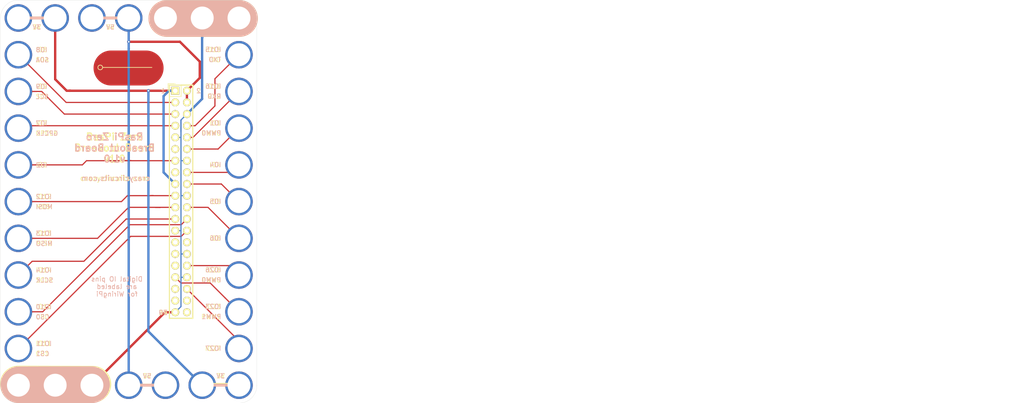
<source format=kicad_pcb>
(kicad_pcb (version 4) (host pcbnew 4.0.7-e2-6376~58~ubuntu16.04.1)

  (general
    (links 41)
    (no_connects 0)
    (area 0 0 0 0)
    (thickness 1.6)
    (drawings 7)
    (tracks 117)
    (zones 0)
    (modules 2)
    (nets 22)
  )

  (page USLetter)
  (title_block
    (title "7x11 Raspberry Pi Zero Breakout Module")
    (date "10 May 2018")
    (rev 1.0)
    (company "All rights reserved.")
    (comment 1 help@browndoggadgets.com)
    (comment 2 http://browndoggadgets.com/)
    (comment 3 "Brown Dog Gadgets")
  )

  (layers
    (0 F.Cu signal)
    (31 B.Cu signal)
    (34 B.Paste user)
    (35 F.Paste user)
    (36 B.SilkS user)
    (37 F.SilkS user)
    (38 B.Mask user)
    (39 F.Mask user)
    (40 Dwgs.User user)
    (44 Edge.Cuts user)
    (46 B.CrtYd user)
    (47 F.CrtYd user)
    (48 B.Fab user)
    (49 F.Fab user)
  )

  (setup
    (last_trace_width 0.254)
    (user_trace_width 0.1524)
    (user_trace_width 0.254)
    (user_trace_width 0.3302)
    (user_trace_width 0.508)
    (user_trace_width 0.762)
    (user_trace_width 1.27)
    (trace_clearance 0.254)
    (zone_clearance 0.508)
    (zone_45_only no)
    (trace_min 0.1524)
    (segment_width 0.1524)
    (edge_width 0.1524)
    (via_size 0.6858)
    (via_drill 0.3302)
    (via_min_size 0.6858)
    (via_min_drill 0.3302)
    (user_via 0.6858 0.3302)
    (user_via 0.762 0.4064)
    (user_via 0.8636 0.508)
    (uvia_size 0.6858)
    (uvia_drill 0.3302)
    (uvias_allowed no)
    (uvia_min_size 0)
    (uvia_min_drill 0)
    (pcb_text_width 0.1524)
    (pcb_text_size 1.016 1.016)
    (mod_edge_width 0.1524)
    (mod_text_size 1.016 1.016)
    (mod_text_width 0.1524)
    (pad_size 2.75 2.75)
    (pad_drill 2.75)
    (pad_to_mask_clearance 0.0762)
    (solder_mask_min_width 0.1016)
    (pad_to_paste_clearance -0.0762)
    (aux_axis_origin 0 0)
    (visible_elements FFFEDF7D)
    (pcbplotparams
      (layerselection 0x310fc_80000001)
      (usegerberextensions true)
      (excludeedgelayer true)
      (linewidth 0.100000)
      (plotframeref false)
      (viasonmask false)
      (mode 1)
      (useauxorigin false)
      (hpglpennumber 1)
      (hpglpenspeed 20)
      (hpglpendiameter 15)
      (hpglpenoverlay 2)
      (psnegative false)
      (psa4output false)
      (plotreference true)
      (plotvalue true)
      (plotinvisibletext false)
      (padsonsilk false)
      (subtractmaskfromsilk false)
      (outputformat 1)
      (mirror false)
      (drillshape 0)
      (scaleselection 1)
      (outputdirectory gerbers))
  )

  (net 0 "")
  (net 1 /IO5)
  (net 2 /IO4)
  (net 3 /IO16_RX)
  (net 4 /IO6)
  (net 5 /IO15_TXD)
  (net 6 /IO1_PWM0)
  (net 7 /IO26_PWM0)
  (net 8 /IO23_PWM1)
  (net 9 /IO10_CS0)
  (net 10 /IO14_SCLK)
  (net 11 /IO13_MISO)
  (net 12 /IO12_MOSI)
  (net 13 /IO2)
  (net 14 /IO7_GPCLK)
  (net 15 /IO9_SCL)
  (net 16 /IO8_SDA)
  (net 17 /IO27)
  (net 18 /IO11_CS1)
  (net 19 3.3V)
  (net 20 5V)
  (net 21 GND)

  (net_class Default "This is the default net class."
    (clearance 0.254)
    (trace_width 0.254)
    (via_dia 0.6858)
    (via_drill 0.3302)
    (uvia_dia 0.6858)
    (uvia_drill 0.3302)
    (add_net /IO10_CS0)
    (add_net /IO11_CS1)
    (add_net /IO12_MOSI)
    (add_net /IO13_MISO)
    (add_net /IO14_SCLK)
    (add_net /IO15_TXD)
    (add_net /IO16_RX)
    (add_net /IO1_PWM0)
    (add_net /IO2)
    (add_net /IO23_PWM1)
    (add_net /IO26_PWM0)
    (add_net /IO27)
    (add_net /IO4)
    (add_net /IO5)
    (add_net /IO6)
    (add_net /IO7_GPCLK)
    (add_net /IO8_SDA)
    (add_net /IO9_SCL)
    (add_net 3.3V)
    (add_net 5V)
    (add_net GND)
  )

  (module Crazy_Circuits:LOGO-CRAZY-1x2 (layer F.Cu) (tedit 58FE5DC6) (tstamp 5AF89BC1)
    (at 33.274 55.88)
    (descr LOGO)
    (tags LOGO)
    (fp_text reference LOGO (at 0 -3.52806) (layer F.Fab)
      (effects (font (size 1 1) (thickness 0.15)))
    )
    (fp_text value "BROWN DOG" (at -0.381 -10.414) (layer B.SilkS) hide
      (effects (font (size 1.27 1.27) (thickness 0.254)) (justify mirror))
    )
    (fp_text user crazycircuits.com (at -2.794 20.066) (layer B.SilkS)
      (effects (font (size 1.143 1.143) (thickness 0.1778)) (justify mirror))
    )
    (fp_line (start 6.096 -5.2705) (end 4.953 -4.318) (layer F.Mask) (width 0.1524))
    (fp_line (start 4.7625 -4.318) (end 6.096 -5.2705) (layer F.Mask) (width 0.1524))
    (fp_line (start 5.715 -5.1435) (end 4.7625 -4.318) (layer F.Mask) (width 0.1524))
    (fp_line (start 4.6355 -4.3815) (end 5.715 -5.1435) (layer F.Mask) (width 0.1524))
    (fp_line (start 5.5245 -5.08) (end 4.6355 -4.3815) (layer F.Mask) (width 0.1524))
    (fp_line (start 4.3815 -4.318) (end 5.5245 -5.08) (layer F.Mask) (width 0.1524))
    (fp_line (start 5.207 -4.953) (end 4.3815 -4.318) (layer F.Mask) (width 0.1524))
    (fp_line (start 4.2545 -4.3815) (end 5.207 -4.953) (layer F.Mask) (width 0.1524))
    (fp_line (start 5.0165 -4.953) (end 4.2545 -4.3815) (layer F.Mask) (width 0.1524))
    (fp_line (start 4.2545 -4.5085) (end 5.0165 -4.953) (layer F.Mask) (width 0.1524))
    (fp_line (start 4.7625 -4.953) (end 4.2545 -4.5085) (layer F.Mask) (width 0.1524))
    (fp_line (start 4.191 -4.6355) (end 4.7625 -4.953) (layer F.Mask) (width 0.1524))
    (fp_line (start 4.7625 -5.1435) (end 4.191 -4.6355) (layer F.Mask) (width 0.1524))
    (fp_line (start 4.7625 -5.2705) (end 4.1275 -4.7625) (layer F.Mask) (width 0.1524))
    (fp_line (start 4.8895 -5.461) (end 4.064 -4.8895) (layer F.Mask) (width 0.1524))
    (fp_line (start 4.8895 -5.588) (end 4.064 -5.0165) (layer F.Mask) (width 0.1524))
    (fp_line (start 3.048 -4.3815) (end 2.413 -5.2705) (layer F.Mask) (width 0.254))
    (fp_line (start 4.953 -4.2545) (end 2.9845 -4.2545) (layer F.Mask) (width 0.1524))
    (fp_line (start 6.5405 -5.3975) (end 4.953 -4.2545) (layer F.Mask) (width 0.1524))
    (fp_line (start 4.7625 -4.953) (end 6.5405 -5.3975) (layer F.Mask) (width 0.1524))
    (fp_line (start 5.08 -5.842) (end 4.7625 -4.953) (layer F.Mask) (width 0.1524))
    (fp_line (start 4.0005 -5.1435) (end 5.08 -5.842) (layer F.Mask) (width 0.1524))
    (fp_line (start 3.175 -6.604) (end 4.0005 -5.08) (layer F.Mask) (width 0.1524))
    (fp_line (start 3.2385 -5.207) (end 3.175 -6.604) (layer F.Mask) (width 0.1524))
    (fp_line (start 2.159 -5.461) (end 3.2385 -5.207) (layer F.Mask) (width 0.1524))
    (fp_line (start 2.9845 -4.2545) (end 2.159 -5.461) (layer F.Mask) (width 0.1524))
    (fp_line (start -5.588 -4.064) (end 5.08 -4.064) (layer F.SilkS) (width 0.1524))
    (fp_circle (center -6.1595 -4.064) (end -5.82208 -3.683) (layer F.SilkS) (width 0.1524))
    (fp_text user CRAZY (at -2.032 -5.588) (layer F.SilkS) hide
      (effects (font (thickness 0.381)))
    )
    (fp_line (start 3.9 -7.8) (end -3.9 -7.8) (layer F.Fab) (width 0.04064))
    (fp_line (start 3.9 0) (end -3.9 0) (layer F.Fab) (width 0.04064))
    (fp_arc (start 3.9 -3.9) (end 3.9 -7.8) (angle 90) (layer F.Fab) (width 0.04064))
    (fp_arc (start 3.9 -3.9) (end 7.8 -3.9) (angle 90) (layer F.Fab) (width 0.04064))
    (fp_arc (start -3.9 -3.9) (end -3.9 0) (angle 90) (layer F.Fab) (width 0.04064))
    (fp_arc (start -3.9 -3.9) (end -7.8 -3.9) (angle 90) (layer F.Fab) (width 0.04064))
    (fp_text user CIRCUITS (at 0.254 -2.286) (layer F.SilkS) hide
      (effects (font (thickness 0.381)))
    )
    (fp_line (start 3.2385 -4.3815) (end 2.6035 -5.2705) (layer F.Mask) (width 0.254))
    (fp_line (start 3.429 -4.3815) (end 2.8575 -5.207) (layer F.Mask) (width 0.254))
    (fp_line (start 3.556 -4.3815) (end 3.1115 -5.1435) (layer F.Mask) (width 0.254))
    (fp_line (start 3.81 -4.3815) (end 3.3655 -5.207) (layer F.Mask) (width 0.254))
    (fp_line (start 4.0005 -4.3815) (end 3.429 -5.461) (layer F.Mask) (width 0.254))
    (fp_line (start 4.191 -4.3815) (end 3.302 -6.096) (layer F.Mask) (width 0.254))
    (fp_line (start 3.3655 -5.3975) (end 3.302 -6.223) (layer F.Mask) (width 0.254))
    (pad BG smd oval (at 0 -3.937) (size 15.24 7.62) (layers F.Cu))
  )

  (module Crazy_Circuits:RASPI-ZERO-7x11 (layer F.Cu) (tedit 5AF76442) (tstamp 5AF82398)
    (at 9.204 41.546)
    (descr "8-lead dip package, row spacing 7.62 mm (300 mils)")
    (tags "dil dip 2.54 300")
    (path /5AF88016)
    (fp_text reference J1 (at 20.1 -4.5) (layer F.SilkS) hide
      (effects (font (size 1 1) (thickness 0.15)))
    )
    (fp_text value RASPI (at 20.1 -4.5) (layer F.Fab) hide
      (effects (font (size 1 1) (thickness 0.15)))
    )
    (fp_text user 1 (at 31.6 15.4) (layer F.SilkS)
      (effects (font (size 1 1) (thickness 0.15)))
    )
    (fp_text user "RasPi Zero" (at 17.578 40.2 90) (layer B.SilkS) hide
      (effects (font (thickness 0.254)) (justify mirror))
    )
    (fp_text user SDA (at 5.290477 8.6) (layer F.SilkS)
      (effects (font (size 1 1) (thickness 0.15)))
    )
    (fp_line (start 16.3 79.3) (end 0.096 79.25) (layer F.SilkS) (width 8))
    (fp_line (start 48.1 -4.4) (end 0.1 -4.4) (layer Edge.Cuts) (width 0.04064))
    (fp_line (start 0 83.4) (end 48.1 83.4) (layer Edge.Cuts) (width 0.04064))
    (fp_line (start 52 79.6) (end 52 -0.5) (layer Edge.Cuts) (width 0.04064))
    (fp_arc (start 48.1 -0.5) (end 48.1 -4.4) (angle 89.9) (layer Edge.Cuts) (width 0.04064))
    (fp_arc (start 48.1 79.5) (end 52 79.5) (angle 90) (layer Edge.Cuts) (width 0.04064))
    (fp_line (start -3.8 -0.5) (end -3.8 79.5) (layer Edge.Cuts) (width 0.04064))
    (fp_arc (start 0.1 79.5) (end 0.1 83.4) (angle 89.9) (layer Edge.Cuts) (width 0.04064))
    (fp_arc (start 0.1 -0.5) (end -3.8 -0.5) (angle 90) (layer Edge.Cuts) (width 0.04064))
    (fp_line (start 48.1 -4.4) (end 0.1 -4.4) (layer F.Fab) (width 0.04064))
    (fp_line (start 8.1 83.4) (end 48.1 83.4) (layer F.Fab) (width 0.04064))
    (fp_line (start 52 79.5) (end 52 -0.5) (layer F.Fab) (width 0.04064))
    (fp_arc (start 48.1 -0.5) (end 48.1 -4.4) (angle 89.9) (layer F.Fab) (width 0.04064))
    (fp_arc (start 48.1 79.5) (end 52 79.5) (angle 90) (layer F.Fab) (width 0.04064))
    (fp_line (start -3.8 -0.5) (end -3.8 79.5) (layer F.Fab) (width 0.04064))
    (fp_arc (start 0.1 79.5) (end 0.1 83.4) (angle 89.9) (layer F.Fab) (width 0.04064))
    (fp_arc (start 0.1 -0.5) (end -3.8 -0.5) (angle 90) (layer F.Fab) (width 0.04064))
    (fp_line (start 32.4 -0.4) (end 48.2 -0.4) (layer B.SilkS) (width 8))
    (fp_line (start 23.9 79.5) (end 32.2 79.5) (layer F.SilkS) (width 0.6))
    (fp_line (start -0.4 -0.5) (end 8.2 -0.5) (layer F.SilkS) (width 0.6))
    (fp_line (start 15.4 -0.5) (end 24 -0.5) (layer B.SilkS) (width 0.6))
    (fp_line (start 40.2 79.3) (end 48.3 79.3) (layer F.SilkS) (width 0.6))
    (fp_text user IO8 (at 5.12381 6.4) (layer F.SilkS)
      (effects (font (size 1 1) (thickness 0.15)))
    )
    (fp_text user 3V (at 4.1 1.5) (layer F.SilkS)
      (effects (font (size 1 1) (thickness 0.15)))
    )
    (fp_text user 5V (at 28.1 77.5) (layer B.SilkS)
      (effects (font (size 1 1) (thickness 0.15)) (justify mirror))
    )
    (fp_text user 5V (at 20.1 1.5) (layer F.SilkS)
      (effects (font (size 1 1) (thickness 0.15)))
    )
    (fp_text user 3V (at 44.1 77.5) (layer F.SilkS)
      (effects (font (size 1 1) (thickness 0.15)))
    )
    (fp_text user IO9 (at 5.12381 14.4) (layer F.SilkS)
      (effects (font (size 1 1) (thickness 0.15)))
    )
    (fp_text user IO7 (at 5.12381 22.4) (layer F.SilkS)
      (effects (font (size 1 1) (thickness 0.15)))
    )
    (fp_text user IO2 (at 5.12381 31.5) (layer F.SilkS)
      (effects (font (size 1 1) (thickness 0.15)))
    )
    (fp_text user IO12 (at 5.6 38.4) (layer F.SilkS)
      (effects (font (size 1 1) (thickness 0.15)))
    )
    (fp_text user IO13 (at 5.6 46.4) (layer F.SilkS)
      (effects (font (size 1 1) (thickness 0.15)))
    )
    (fp_text user IO14 (at 5.6 54.4) (layer F.SilkS)
      (effects (font (size 1 1) (thickness 0.15)))
    )
    (fp_text user IO10 (at 5.6 62.4) (layer F.SilkS)
      (effects (font (size 1 1) (thickness 0.15)))
    )
    (fp_text user IO11 (at 5.6 70.4) (layer F.SilkS)
      (effects (font (size 1 1) (thickness 0.15)))
    )
    (fp_text user SCL (at 5.266667 16.6) (layer F.SilkS)
      (effects (font (size 1 1) (thickness 0.15)))
    )
    (fp_text user GPCLK (at 6.290477 24.6) (layer F.SilkS)
      (effects (font (size 1 1) (thickness 0.15)))
    )
    (fp_text user MOSI (at 5.695238 40.6) (layer F.SilkS)
      (effects (font (size 1 1) (thickness 0.15)))
    )
    (fp_text user MISO (at 5.695238 48.6) (layer F.SilkS)
      (effects (font (size 1 1) (thickness 0.15)))
    )
    (fp_text user SCLK (at 5.766667 56.6) (layer F.SilkS)
      (effects (font (size 1 1) (thickness 0.15)))
    )
    (fp_text user CS0 (at 5.338096 64.6) (layer F.SilkS)
      (effects (font (size 1 1) (thickness 0.15)))
    )
    (fp_text user CS1 (at 5.338096 72.6) (layer F.SilkS)
      (effects (font (size 1 1) (thickness 0.15)))
    )
    (fp_text user PWM0 (at 42.038096 56.6) (layer F.SilkS)
      (effects (font (size 1 1) (thickness 0.15)))
    )
    (fp_text user PWM1 (at 42.038096 64.6) (layer F.SilkS)
      (effects (font (size 1 1) (thickness 0.15)))
    )
    (fp_text user IO6 (at 42.919049 47.5) (layer F.SilkS)
      (effects (font (size 1 1) (thickness 0.15)))
    )
    (fp_text user IO26 (at 42.442858 54.4) (layer F.SilkS)
      (effects (font (size 1 1) (thickness 0.15)))
    )
    (fp_text user IO23 (at 42.442858 62.4) (layer F.SilkS)
      (effects (font (size 1 1) (thickness 0.15)))
    )
    (fp_text user IO15 (at 42.442858 6.4) (layer F.SilkS)
      (effects (font (size 1 1) (thickness 0.15)))
    )
    (fp_text user RXD (at 42.680953 16.6) (layer F.SilkS)
      (effects (font (size 1 1) (thickness 0.15)))
    )
    (fp_text user TXD (at 42.800001 8.6) (layer F.SilkS)
      (effects (font (size 1 1) (thickness 0.15)))
    )
    (fp_text user IO16 (at 42.442858 14.4) (layer F.SilkS)
      (effects (font (size 1 1) (thickness 0.15)))
    )
    (fp_text user PWM0 (at 42.038096 24.6) (layer F.SilkS)
      (effects (font (size 1 1) (thickness 0.15)))
    )
    (fp_text user IO1 (at 42.919049 22.4) (layer F.SilkS)
      (effects (font (size 1 1) (thickness 0.15)))
    )
    (fp_text user IO4 (at 42.919049 31.5) (layer F.SilkS)
      (effects (font (size 1 1) (thickness 0.15)))
    )
    (fp_text user IO5 (at 42.919049 39.5) (layer F.SilkS)
      (effects (font (size 1 1) (thickness 0.15)))
    )
    (fp_text user IO27 (at 42.442858 71.5) (layer F.SilkS)
      (effects (font (size 1 1) (thickness 0.15)))
    )
    (fp_arc (start 36 10.5) (end 36 7) (angle 90) (layer F.Fab) (width 0.15))
    (fp_circle (center 12.5 10.5) (end 9.8382 8.9939) (layer F.Fab) (width 0.15))
    (fp_line (start 39.5 68.5) (end 39.5 10.5) (layer F.Fab) (width 0.15))
    (fp_line (start 9 10.5) (end 9 68.5) (layer F.Fab) (width 0.15))
    (fp_line (start 36 7) (end 12.5 7) (layer F.Fab) (width 0.15))
    (fp_arc (start 12.5 10.5) (end 9 10.5) (angle 90) (layer F.Fab) (width 0.15))
    (fp_circle (center 35.5 68.5) (end 38.1618 70.0061) (layer F.Fab) (width 0.15))
    (fp_arc (start 12.5 68.5) (end 12.5 72) (angle 90) (layer F.Fab) (width 0.15))
    (fp_line (start 12.5 72) (end 36 72) (layer F.Fab) (width 0.15))
    (fp_arc (start 36 68.5) (end 39.5 68.5) (angle 90) (layer F.Fab) (width 0.15))
    (fp_circle (center 35.5 10.5) (end 32.8382 8.9939) (layer F.Fab) (width 0.15))
    (fp_circle (center 12.5 68.5) (end 9.8382 66.9939) (layer F.Fab) (width 0.15))
    (fp_text user %R (at 26.5 39.9 270) (layer F.SilkS) hide
      (effects (font (size 1 1) (thickness 0.15)))
    )
    (fp_text user 1 (at 33.497162 15.527394) (layer F.Fab)
      (effects (font (size 1 1) (thickness 0.15)))
    )
    (fp_line (start 38.037162 64.927394) (end 32.957162 64.927394) (layer F.SilkS) (width 0.254))
    (fp_line (start 32.957162 64.927394) (end 32.957162 14.127394) (layer F.SilkS) (width 0.254))
    (fp_line (start 32.957162 14.127394) (end 38.037162 14.127394) (layer F.SilkS) (width 0.254))
    (fp_line (start 38.037162 14.127394) (end 38.037162 64.927394) (layer F.SilkS) (width 0.254))
    (fp_text user 39 (at 33.497162 63.527394) (layer F.Fab)
      (effects (font (size 1 1) (thickness 0.15)))
    )
    (fp_text user 40 (at 37.497162 63.527394) (layer F.Fab)
      (effects (font (size 1 1) (thickness 0.15)))
    )
    (fp_line (start 32.5 14) (end 32.5 65) (layer F.Fab) (width 0.05))
    (fp_line (start 38.5 14) (end 38.5 65) (layer F.Fab) (width 0.05))
    (fp_line (start 32.5 14) (end 38.5 14) (layer F.Fab) (width 0.05))
    (fp_line (start 32.5 65) (end 38.5 65) (layer F.Fab) (width 0.05))
    (fp_line (start 38.04 64.88) (end 38.04 14.08) (layer F.SilkS) (width 0.15))
    (fp_line (start 32.96 16.62) (end 32.96 64.88) (layer F.SilkS) (width 0.15))
    (fp_line (start 38.04 64.88) (end 32.96 64.88) (layer F.SilkS) (width 0.15))
    (fp_line (start 38.04 14.08) (end 35.5 14.08) (layer F.SilkS) (width 0.15))
    (fp_line (start 34.23 13.8) (end 32.68 13.8) (layer F.SilkS) (width 0.15))
    (fp_line (start 35.5 14.08) (end 35.5 16.62) (layer F.SilkS) (width 0.15))
    (fp_line (start 35.5 16.62) (end 32.96 16.62) (layer F.SilkS) (width 0.15))
    (fp_line (start 32.68 13.8) (end 32.68 15.35) (layer F.SilkS) (width 0.15))
    (fp_text user 2 (at 36.7 15.527394) (layer F.Fab)
      (effects (font (size 1 1) (thickness 0.15)))
    )
    (fp_text user SDA (at 5.309524 8.643786 180) (layer B.SilkS)
      (effects (font (size 1 1) (thickness 0.15)) (justify mirror))
    )
    (fp_text user IO8 (at 5.142857 6.443786 180) (layer B.SilkS)
      (effects (font (size 1 1) (thickness 0.15)) (justify mirror))
    )
    (fp_text user SCL (at 5.285714 16.643786 180) (layer B.SilkS)
      (effects (font (size 1 1) (thickness 0.15)) (justify mirror))
    )
    (fp_text user IO2 (at 5.142857 31.543786 180) (layer B.SilkS)
      (effects (font (size 1 1) (thickness 0.15)) (justify mirror))
    )
    (fp_text user IO9 (at 5.142857 14.443786 180) (layer B.SilkS)
      (effects (font (size 1 1) (thickness 0.15)) (justify mirror))
    )
    (fp_text user IO7 (at 5.142857 22.443786 180) (layer B.SilkS)
      (effects (font (size 1 1) (thickness 0.15)) (justify mirror))
    )
    (fp_text user GPCLK (at 6.309524 24.643786 180) (layer B.SilkS)
      (effects (font (size 1 1) (thickness 0.15)) (justify mirror))
    )
    (fp_text user CS0 (at 5.357143 64.643786 180) (layer B.SilkS)
      (effects (font (size 1 1) (thickness 0.15)) (justify mirror))
    )
    (fp_text user IO11 (at 5.619047 70.443786 180) (layer B.SilkS)
      (effects (font (size 1 1) (thickness 0.15)) (justify mirror))
    )
    (fp_text user IO10 (at 5.619047 62.443786 180) (layer B.SilkS)
      (effects (font (size 1 1) (thickness 0.15)) (justify mirror))
    )
    (fp_text user CS1 (at 5.357143 72.643786 180) (layer B.SilkS)
      (effects (font (size 1 1) (thickness 0.15)) (justify mirror))
    )
    (fp_text user IO12 (at 5.619047 38.443786 180) (layer B.SilkS)
      (effects (font (size 1 1) (thickness 0.15)) (justify mirror))
    )
    (fp_text user IO13 (at 5.619047 46.443786 180) (layer B.SilkS)
      (effects (font (size 1 1) (thickness 0.15)) (justify mirror))
    )
    (fp_text user IO14 (at 5.619047 54.443786 180) (layer B.SilkS)
      (effects (font (size 1 1) (thickness 0.15)) (justify mirror))
    )
    (fp_text user MOSI (at 5.714285 40.643786 180) (layer B.SilkS)
      (effects (font (size 1 1) (thickness 0.15)) (justify mirror))
    )
    (fp_text user MISO (at 5.714285 48.643786 180) (layer B.SilkS)
      (effects (font (size 1 1) (thickness 0.15)) (justify mirror))
    )
    (fp_text user SCLK (at 5.785714 56.643786 180) (layer B.SilkS)
      (effects (font (size 1 1) (thickness 0.15)) (justify mirror))
    )
    (fp_text user PWM1 (at 42.099564 64.576136 180) (layer B.SilkS)
      (effects (font (size 1 1) (thickness 0.15)) (justify mirror))
    )
    (fp_text user PWM0 (at 42.099564 56.576136 180) (layer B.SilkS)
      (effects (font (size 1 1) (thickness 0.15)) (justify mirror))
    )
    (fp_text user IO6 (at 42.980517 47.476136 180) (layer B.SilkS)
      (effects (font (size 1 1) (thickness 0.15)) (justify mirror))
    )
    (fp_text user IO26 (at 42.504326 54.376136 180) (layer B.SilkS)
      (effects (font (size 1 1) (thickness 0.15)) (justify mirror))
    )
    (fp_text user IO23 (at 42.504326 62.376136 180) (layer B.SilkS)
      (effects (font (size 1 1) (thickness 0.15)) (justify mirror))
    )
    (fp_text user IO5 (at 42.980517 39.476136 180) (layer B.SilkS)
      (effects (font (size 1 1) (thickness 0.15)) (justify mirror))
    )
    (fp_text user RXD (at 42.742421 16.576136 180) (layer B.SilkS)
      (effects (font (size 1 1) (thickness 0.15)) (justify mirror))
    )
    (fp_text user PWM0 (at 42.099564 24.576136 180) (layer B.SilkS)
      (effects (font (size 1 1) (thickness 0.15)) (justify mirror))
    )
    (fp_text user IO1 (at 42.980517 22.376136 180) (layer B.SilkS)
      (effects (font (size 1 1) (thickness 0.15)) (justify mirror))
    )
    (fp_text user IO4 (at 42.980517 31.476136 180) (layer B.SilkS)
      (effects (font (size 1 1) (thickness 0.15)) (justify mirror))
    )
    (fp_text user IO15 (at 42.504326 6.376136 180) (layer B.SilkS)
      (effects (font (size 1 1) (thickness 0.15)) (justify mirror))
    )
    (fp_text user TXD (at 42.861469 8.576136 180) (layer B.SilkS)
      (effects (font (size 1 1) (thickness 0.15)) (justify mirror))
    )
    (fp_text user IO16 (at 42.504326 14.376136 180) (layer B.SilkS)
      (effects (font (size 1 1) (thickness 0.15)) (justify mirror))
    )
    (fp_text user IO27 (at 42.504326 71.476136 180) (layer B.SilkS)
      (effects (font (size 1 1) (thickness 0.15)) (justify mirror))
    )
    (fp_text user 3V (at 4.1 1.5) (layer B.SilkS)
      (effects (font (size 1 1) (thickness 0.15)) (justify mirror))
    )
    (fp_text user 5V (at 20.1 1.5) (layer B.SilkS)
      (effects (font (size 1 1) (thickness 0.15)) (justify mirror))
    )
    (fp_text user 5V (at 28.1 77.5) (layer F.SilkS)
      (effects (font (size 1 1) (thickness 0.15)))
    )
    (fp_text user 3V (at 44.1 77.5) (layer B.SilkS)
      (effects (font (size 1 1) (thickness 0.15)) (justify mirror))
    )
    (fp_line (start -0.4 -0.5) (end 8.2 -0.5) (layer B.SilkS) (width 0.6))
    (fp_line (start 15.4 -0.5) (end 24 -0.5) (layer F.SilkS) (width 0.6))
    (fp_line (start 32.4 -0.4) (end 48.2 -0.4) (layer F.SilkS) (width 8))
    (fp_line (start 16 79.4) (end 0.2 79.4) (layer B.SilkS) (width 8))
    (fp_line (start 33 79.5) (end 24.4 79.5) (layer B.SilkS) (width 0.6))
    (fp_line (start 48.8 79.5) (end 40.2 79.5) (layer B.SilkS) (width 0.6))
    (fp_text user 2 (at 39.3 15.4) (layer B.SilkS)
      (effects (font (size 1 1) (thickness 0.15)) (justify mirror))
    )
    (fp_text user 39 (at 31.6 63.7) (layer B.SilkS)
      (effects (font (size 1 1) (thickness 0.15)) (justify mirror))
    )
    (fp_text user 1 (at 31.6 15.4) (layer B.SilkS)
      (effects (font (size 1 1) (thickness 0.15)) (justify mirror))
    )
    (fp_text user 2 (at 39.3 15.4) (layer F.SilkS)
      (effects (font (size 1 1) (thickness 0.15)))
    )
    (fp_text user 39 (at 31.6 63.7 180) (layer F.SilkS)
      (effects (font (size 1 1) (thickness 0.15)))
    )
    (pad 18 thru_hole circle (at 48.1 39.5 270) (size 6 6) (drill 4.98) (layers *.Cu *.Mask)
      (net 1 /IO5))
    (pad 16 thru_hole circle (at 48.099 31.5 270) (size 6 6) (drill 4.98) (layers *.Cu *.Mask)
      (net 2 /IO4))
    (pad 10 thru_hole circle (at 48.099 15.5 270) (size 6 6) (drill 4.98) (layers *.Cu *.Mask)
      (net 3 /IO16_RX))
    (pad 22 thru_hole circle (at 48.099 47.5 270) (size 6 6) (drill 4.98) (layers *.Cu *.Mask)
      (net 4 /IO6))
    (pad 8 thru_hole circle (at 48.099 7.5 270) (size 6 6) (drill 4.98) (layers *.Cu *.Mask)
      (net 5 /IO15_TXD))
    (pad 12 thru_hole circle (at 48.099 23.5 270) (size 6 6) (drill 4.98) (layers *.Cu *.Mask)
      (net 6 /IO1_PWM0))
    (pad 32 thru_hole circle (at 48.1 55.5 270) (size 6 6) (drill 4.98) (layers *.Cu *.Mask)
      (net 7 /IO26_PWM0))
    (pad 33 thru_hole circle (at 48.1 63.5 270) (size 6 6) (drill 4.98) (layers *.Cu *.Mask)
      (net 8 /IO23_PWM1))
    (pad 6 thru_hole circle (at 48.099 -0.5 270) (size 6 6) (drill 4.98) (layers *.Cu *.Mask)
      (net 21 GND))
    (pad 6 thru_hole circle (at 40.1 -0.5 270) (size 6 6) (drill 4.98) (layers *.Cu *.Mask)
      (net 21 GND))
    (pad 2 thru_hole circle (at 16.1 -0.5 270) (size 6 6) (drill 4.98) (layers *.Cu *.Mask)
      (net 20 5V))
    (pad 1 thru_hole circle (at 8.1 -0.5 270) (size 6 6) (drill 4.98) (layers *.Cu *.Mask)
      (net 19 3.3V))
    (pad 6 thru_hole circle (at 16.1 79.5 270) (size 6 6) (drill 4.98) (layers *.Cu *.Mask)
      (net 21 GND))
    (pad 6 thru_hole circle (at 8.1 79.5 270) (size 6 6) (drill 4.98) (layers *.Cu *.Mask)
      (net 21 GND))
    (pad 1 thru_hole circle (at 48.099 79.5 270) (size 6 6) (drill 4.98) (layers *.Cu *.Mask)
      (net 19 3.3V))
    (pad 2 thru_hole circle (at 32.1 79.5 270) (size 6 6) (drill 4.98) (layers *.Cu *.Mask)
      (net 20 5V))
    (pad 6 thru_hole circle (at 0.1 79.5 270) (size 6 6) (drill 4.98) (layers *.Cu *.Mask)
      (net 21 GND))
    (pad 24 thru_hole circle (at 0.1 63.5 270) (size 6 6) (drill 4.98) (layers *.Cu *.Mask)
      (net 9 /IO10_CS0))
    (pad 23 thru_hole circle (at 0.1 55.5 270) (size 6 6) (drill 4.98) (layers *.Cu *.Mask)
      (net 10 /IO14_SCLK))
    (pad 21 thru_hole circle (at 0.1 47.5 270) (size 6 6) (drill 4.98) (layers *.Cu *.Mask)
      (net 11 /IO13_MISO))
    (pad 19 thru_hole circle (at 0.1 39.5 270) (size 6 6) (drill 4.98) (layers *.Cu *.Mask)
      (net 12 /IO12_MOSI))
    (pad 13 thru_hole circle (at 0.1 31.5 270) (size 6 6) (drill 4.98) (layers *.Cu *.Mask)
      (net 13 /IO2))
    (pad 7 thru_hole circle (at 0.1 23.5 270) (size 6 6) (drill 4.98) (layers *.Cu *.Mask)
      (net 14 /IO7_GPCLK))
    (pad 5 thru_hole circle (at 0.1 15.5 270) (size 6 6) (drill 4.98) (layers *.Cu *.Mask)
      (net 15 /IO9_SCL))
    (pad 3 thru_hole circle (at 0.1 7.5 270) (size 6 6) (drill 4.98) (layers *.Cu *.Mask)
      (net 16 /IO8_SDA))
    (pad 1 thru_hole circle (at 0.1 -0.5 270) (size 6 6) (drill 4.98) (layers *.Cu *.Mask)
      (net 19 3.3V))
    (pad 36 thru_hole circle (at 48.1 71.5 270) (size 6 6) (drill 4.98) (layers *.Cu *.Mask)
      (net 17 /IO27))
    (pad 26 thru_hole circle (at 0.1 71.5 270) (size 6 6) (drill 4.98) (layers *.Cu *.Mask)
      (net 18 /IO11_CS1))
    (pad 2 thru_hole circle (at 24.1 -0.5 270) (size 6 6) (drill 4.98) (layers *.Cu *.Mask)
      (net 20 5V))
    (pad 2 thru_hole circle (at 24.1 79.5 270) (size 6 6) (drill 4.98) (layers *.Cu *.Mask)
      (net 20 5V))
    (pad 6 thru_hole circle (at 32.1 -0.5 270) (size 6 6) (drill 4.98) (layers *.Cu *.Mask)
      (net 21 GND))
    (pad 1 thru_hole circle (at 40.1 79.5 270) (size 6 6) (drill 4.98) (layers *.Cu *.Mask)
      (net 19 3.3V))
    (pad "" np_thru_hole circle (at 12.5 10.5 270) (size 2.75 2.75) (drill 2.75) (layers *.Cu)
      (solder_mask_margin 1.75) (clearance 1.75))
    (pad "" np_thru_hole circle (at 35.5 10.5 270) (size 2.75 2.75) (drill 2.75) (layers *.Cu)
      (solder_mask_margin 1.75) (clearance 1.75))
    (pad "" np_thru_hole circle (at 35.5 68.5 90) (size 2.75 2.75) (drill 2.75) (layers *.Cu)
      (solder_mask_margin 1.75) (clearance 1.75))
    (pad "" np_thru_hole circle (at 12.5 68.5 90) (size 2.75 2.75) (drill 2.75) (layers *.Cu)
      (solder_mask_margin 1.75) (clearance 1.75))
    (pad 1 thru_hole rect (at 34.23 15.35) (size 1.7272 1.7272) (drill 1.016) (layers *.Cu *.Mask F.SilkS)
      (net 19 3.3V))
    (pad 2 thru_hole oval (at 36.77 15.35) (size 1.7272 1.7272) (drill 1.016) (layers *.Cu *.Mask F.SilkS)
      (net 20 5V))
    (pad 3 thru_hole oval (at 34.23 17.89) (size 1.7272 1.7272) (drill 1.016) (layers *.Cu *.Mask F.SilkS)
      (net 16 /IO8_SDA))
    (pad 4 thru_hole oval (at 36.77 17.89) (size 1.7272 1.7272) (drill 1.016) (layers *.Cu *.Mask F.SilkS)
      (net 20 5V))
    (pad 5 thru_hole oval (at 34.23 20.43) (size 1.7272 1.7272) (drill 1.016) (layers *.Cu *.Mask F.SilkS)
      (net 15 /IO9_SCL))
    (pad 6 thru_hole oval (at 36.77 20.43) (size 1.7272 1.7272) (drill 1.016) (layers *.Cu *.Mask F.SilkS)
      (net 21 GND))
    (pad 7 thru_hole oval (at 34.23 22.97) (size 1.7272 1.7272) (drill 1.016) (layers *.Cu *.Mask F.SilkS)
      (net 14 /IO7_GPCLK))
    (pad 8 thru_hole oval (at 36.77 22.97) (size 1.7272 1.7272) (drill 1.016) (layers *.Cu *.Mask F.SilkS)
      (net 5 /IO15_TXD))
    (pad 9 thru_hole oval (at 34.23 25.51) (size 1.7272 1.7272) (drill 1.016) (layers *.Cu *.Mask F.SilkS)
      (net 21 GND))
    (pad 10 thru_hole oval (at 36.77 25.51) (size 1.7272 1.7272) (drill 1.016) (layers *.Cu *.Mask F.SilkS)
      (net 3 /IO16_RX))
    (pad 11 thru_hole oval (at 34.23 28.05) (size 1.7272 1.7272) (drill 1.016) (layers *.Cu *.Mask F.SilkS))
    (pad 12 thru_hole oval (at 36.77 28.05) (size 1.7272 1.7272) (drill 1.016) (layers *.Cu *.Mask F.SilkS)
      (net 6 /IO1_PWM0))
    (pad 13 thru_hole oval (at 34.23 30.59) (size 1.7272 1.7272) (drill 1.016) (layers *.Cu *.Mask F.SilkS)
      (net 13 /IO2))
    (pad 14 thru_hole oval (at 36.77 30.59) (size 1.7272 1.7272) (drill 1.016) (layers *.Cu *.Mask F.SilkS)
      (net 21 GND))
    (pad 15 thru_hole oval (at 34.23 33.13) (size 1.7272 1.7272) (drill 1.016) (layers *.Cu *.Mask F.SilkS))
    (pad 16 thru_hole oval (at 36.77 33.13) (size 1.7272 1.7272) (drill 1.016) (layers *.Cu *.Mask F.SilkS)
      (net 2 /IO4))
    (pad 17 thru_hole oval (at 34.23 35.67) (size 1.7272 1.7272) (drill 1.016) (layers *.Cu *.Mask F.SilkS)
      (net 19 3.3V))
    (pad 18 thru_hole oval (at 36.77 35.67) (size 1.7272 1.7272) (drill 1.016) (layers *.Cu *.Mask F.SilkS)
      (net 1 /IO5))
    (pad 19 thru_hole oval (at 34.23 38.21) (size 1.7272 1.7272) (drill 1.016) (layers *.Cu *.Mask F.SilkS)
      (net 12 /IO12_MOSI))
    (pad 20 thru_hole oval (at 36.77 38.21) (size 1.7272 1.7272) (drill 1.016) (layers *.Cu *.Mask F.SilkS)
      (net 21 GND))
    (pad 21 thru_hole oval (at 34.23 40.75) (size 1.7272 1.7272) (drill 1.016) (layers *.Cu *.Mask F.SilkS)
      (net 11 /IO13_MISO))
    (pad 22 thru_hole oval (at 36.77 40.75) (size 1.7272 1.7272) (drill 1.016) (layers *.Cu *.Mask F.SilkS)
      (net 4 /IO6))
    (pad 23 thru_hole oval (at 34.23 43.29) (size 1.7272 1.7272) (drill 1.016) (layers *.Cu *.Mask F.SilkS)
      (net 10 /IO14_SCLK))
    (pad 24 thru_hole oval (at 36.77 43.29) (size 1.7272 1.7272) (drill 1.016) (layers *.Cu *.Mask F.SilkS)
      (net 9 /IO10_CS0))
    (pad 25 thru_hole oval (at 34.23 45.83) (size 1.7272 1.7272) (drill 1.016) (layers *.Cu *.Mask F.SilkS)
      (net 21 GND))
    (pad 26 thru_hole oval (at 36.77 45.83) (size 1.7272 1.7272) (drill 1.016) (layers *.Cu *.Mask F.SilkS)
      (net 18 /IO11_CS1))
    (pad 27 thru_hole oval (at 34.23 48.37) (size 1.7272 1.7272) (drill 1.016) (layers *.Cu *.Mask F.SilkS))
    (pad 28 thru_hole oval (at 36.77 48.37) (size 1.7272 1.7272) (drill 1.016) (layers *.Cu *.Mask F.SilkS))
    (pad 29 thru_hole oval (at 34.23 50.91) (size 1.7272 1.7272) (drill 1.016) (layers *.Cu *.Mask F.SilkS))
    (pad 30 thru_hole oval (at 36.77 50.91) (size 1.7272 1.7272) (drill 1.016) (layers *.Cu *.Mask F.SilkS)
      (net 21 GND))
    (pad 31 thru_hole oval (at 34.23 53.45) (size 1.7272 1.7272) (drill 1.016) (layers *.Cu *.Mask F.SilkS))
    (pad 32 thru_hole oval (at 36.77 53.45) (size 1.7272 1.7272) (drill 1.016) (layers *.Cu *.Mask F.SilkS)
      (net 7 /IO26_PWM0))
    (pad 33 thru_hole oval (at 34.23 55.99) (size 1.7272 1.7272) (drill 1.016) (layers *.Cu *.Mask F.SilkS)
      (net 8 /IO23_PWM1))
    (pad 34 thru_hole oval (at 36.77 55.99) (size 1.7272 1.7272) (drill 1.016) (layers *.Cu *.Mask F.SilkS)
      (net 21 GND))
    (pad 35 thru_hole oval (at 34.23 58.53) (size 1.7272 1.7272) (drill 1.016) (layers *.Cu *.Mask F.SilkS))
    (pad 36 thru_hole oval (at 36.77 58.53) (size 1.7272 1.7272) (drill 1.016) (layers *.Cu *.Mask F.SilkS)
      (net 17 /IO27))
    (pad 37 thru_hole oval (at 34.23 61.07) (size 1.7272 1.7272) (drill 1.016) (layers *.Cu *.Mask F.SilkS))
    (pad 38 thru_hole oval (at 36.77 61.07) (size 1.7272 1.7272) (drill 1.016) (layers *.Cu *.Mask F.SilkS))
    (pad 39 thru_hole oval (at 34.23 63.61) (size 1.7272 1.7272) (drill 1.016) (layers *.Cu *.Mask F.SilkS)
      (net 21 GND))
    (pad 40 thru_hole oval (at 36.77 63.61) (size 1.7272 1.7272) (drill 1.016) (layers *.Cu *.Mask F.SilkS))
  )

  (gr_text "Digital IO pins\nare labeled\nfor WiringPi" (at 30.734 99.568) (layer B.SilkS)
    (effects (font (size 1.016 1.016) (thickness 0.1524)) (justify mirror))
  )
  (gr_text crazycircuits.com (at 30.226 75.946) (layer F.SilkS)
    (effects (font (size 1.143 1.143) (thickness 0.1778)))
  )
  (gr_text "RasPi Zero\nBreakout Board\nv1.0" (at 30.226 69.342) (layer F.SilkS) (tstamp 5AF8D33A)
    (effects (font (size 1.5 1.5) (thickness 0.3)))
  )
  (gr_text "RasPi Zero\nBreakout Board\nv1.0" (at 30.226 69.342) (layer B.SilkS)
    (effects (font (size 1.5 1.5) (thickness 0.3)) (justify mirror))
  )
  (gr_text CIRCUITS (at 33.782 53.086 360) (layer F.Mask) (tstamp 5AF89BD3)
    (effects (font (size 1.5 1.5) (thickness 0.3)))
  )
  (gr_text CRAZY (at 31.242 50.546 360) (layer F.Mask)
    (effects (font (size 1.5 1.5) (thickness 0.3)))
  )
  (gr_text "FABRICATION NOTES\n\n1. THIS IS A 2 LAYER BOARD. \n2. EXTERNAL LAYERS SHALL HAVE 1 OZ COPPER.\n3. MATERIAL: FR4 AND 0.062 INCH +/- 10% THICK.\n4. BOARDS SHALL BE ROHS COMPLIANT. \n5. MANUFACTURE IN ACCORDANCE WITH IPC-6012 CLASS 2\n6. MASK: BOTH SIDES OF THE BOARD SHALL HAVE \n   SOLDER MASK (GREEN) OVER BARE COPPER. \n7. SILK: BOTH SIDES OF THE BOARD SHALL HAVE \n   WHITE SILKSCREEN. DO NOT PLACE SILK OVER BARE COPPER.\n8. FINISH: ENIG.\n9. MINIMUM TRACE WIDTH - 0.006 INCH.\n   MINIMUM SPACE - 0.006 INCH.\n   MINIMUM HOLE DIA - 0.013 INCH. \n10. MAX HOLE PLACEMENT TOLERANCE OF +/- 0.003 INCH.\n11. MAX HOLE DIAMETER TOLERANCE OF +/- 0.003 INCH AFTER PLATING." (at 85.0138 86.106) (layer Dwgs.User)
    (effects (font (size 2.54 2.54) (thickness 0.254)) (justify left))
  )

  (segment (start 57.304 81.046) (end 53.474 77.216) (width 0.254) (layer F.Cu) (net 1))
  (segment (start 53.474 77.216) (end 45.974 77.216) (width 0.254) (layer F.Cu) (net 1))
  (segment (start 45.974 74.676) (end 55.673 74.676) (width 0.254) (layer F.Cu) (net 2))
  (segment (start 55.673 74.676) (end 57.303 73.046) (width 0.254) (layer F.Cu) (net 2))
  (segment (start 45.974 67.056) (end 47.293 67.056) (width 0.254) (layer F.Cu) (net 3))
  (segment (start 47.293 67.056) (end 57.303 57.046) (width 0.254) (layer F.Cu) (net 3))
  (segment (start 45.974 82.296) (end 50.553 82.296) (width 0.254) (layer F.Cu) (net 4))
  (segment (start 50.553 82.296) (end 57.303 89.046) (width 0.254) (layer F.Cu) (net 4))
  (segment (start 52.07 60.198) (end 52.07 54.279) (width 0.254) (layer F.Cu) (net 5))
  (segment (start 52.07 54.279) (end 57.303 49.046) (width 0.254) (layer F.Cu) (net 5))
  (segment (start 47.752 64.516) (end 52.07 60.198) (width 0.254) (layer F.Cu) (net 5))
  (segment (start 45.974 64.516) (end 47.752 64.516) (width 0.254) (layer F.Cu) (net 5))
  (segment (start 45.974 69.596) (end 52.753 69.596) (width 0.254) (layer F.Cu) (net 6))
  (segment (start 52.753 69.596) (end 57.303 65.046) (width 0.254) (layer F.Cu) (net 6))
  (segment (start 45.974 94.996) (end 55.254 94.996) (width 0.254) (layer F.Cu) (net 7))
  (segment (start 55.254 94.996) (end 57.304 97.046) (width 0.254) (layer F.Cu) (net 7))
  (segment (start 43.434 97.536) (end 44.678601 98.780601) (width 0.254) (layer F.Cu) (net 8))
  (segment (start 44.678601 98.780601) (end 51.038601 98.780601) (width 0.254) (layer F.Cu) (net 8))
  (segment (start 51.038601 98.780601) (end 54.304001 102.046001) (width 0.254) (layer F.Cu) (net 8))
  (segment (start 54.304001 102.046001) (end 57.304 105.046) (width 0.254) (layer F.Cu) (net 8))
  (segment (start 45.974 84.836) (end 44.729399 86.080601) (width 0.254) (layer F.Cu) (net 9))
  (segment (start 44.729399 86.080601) (end 33.553399 86.080601) (width 0.254) (layer F.Cu) (net 9))
  (segment (start 33.553399 86.080601) (end 14.588 105.046) (width 0.254) (layer F.Cu) (net 9))
  (segment (start 14.588 105.046) (end 9.304 105.046) (width 0.254) (layer F.Cu) (net 9))
  (segment (start 23.555999 94.046001) (end 32.766 84.836) (width 0.254) (layer F.Cu) (net 10))
  (segment (start 32.766 84.836) (end 43.434 84.836) (width 0.254) (layer F.Cu) (net 10))
  (segment (start 9.304 97.046) (end 12.303999 94.046001) (width 0.254) (layer F.Cu) (net 10))
  (segment (start 12.303999 94.046001) (end 23.555999 94.046001) (width 0.254) (layer F.Cu) (net 10))
  (segment (start 43.434 82.296) (end 40.132 82.296) (width 0.254) (layer F.Cu) (net 11))
  (segment (start 40.132 82.296) (end 39.116 82.296) (width 0.254) (layer F.Cu) (net 11))
  (segment (start 26.524 89.046) (end 33.274 82.296) (width 0.254) (layer F.Cu) (net 11))
  (segment (start 33.274 82.296) (end 40.132 82.296) (width 0.254) (layer F.Cu) (net 11))
  (segment (start 9.304 89.046) (end 26.524 89.046) (width 0.254) (layer F.Cu) (net 11))
  (segment (start 43.434 79.756) (end 38.608 79.756) (width 0.254) (layer F.Cu) (net 12))
  (segment (start 38.608 79.756) (end 38.1 79.756) (width 0.254) (layer F.Cu) (net 12))
  (segment (start 31.73 81.046) (end 33.02 79.756) (width 0.254) (layer F.Cu) (net 12))
  (segment (start 33.02 79.756) (end 38.608 79.756) (width 0.254) (layer F.Cu) (net 12))
  (segment (start 9.304 81.046) (end 31.73 81.046) (width 0.254) (layer F.Cu) (net 12))
  (segment (start 24.13 72.136) (end 23.22 73.046) (width 0.254) (layer F.Cu) (net 13))
  (segment (start 23.22 73.046) (end 9.304 73.046) (width 0.254) (layer F.Cu) (net 13))
  (segment (start 33.782 72.136) (end 31.75 72.136) (width 0.254) (layer F.Cu) (net 13))
  (segment (start 43.434 72.136) (end 33.782 72.136) (width 0.254) (layer F.Cu) (net 13))
  (segment (start 33.782 72.136) (end 24.13 72.136) (width 0.254) (layer F.Cu) (net 13))
  (segment (start 10.214 72.136) (end 9.304 73.046) (width 0.254) (layer F.Cu) (net 13))
  (segment (start 43.434 64.516) (end 9.834 64.516) (width 0.254) (layer F.Cu) (net 14))
  (segment (start 9.834 64.516) (end 9.304 65.046) (width 0.254) (layer F.Cu) (net 14))
  (segment (start 19.304 61.976) (end 14.374 57.046) (width 0.254) (layer F.Cu) (net 15))
  (segment (start 14.374 57.046) (end 9.304 57.046) (width 0.254) (layer F.Cu) (net 15))
  (segment (start 43.434 61.976) (end 19.304 61.976) (width 0.254) (layer F.Cu) (net 15))
  (segment (start 43.434 59.436) (end 19.694 59.436) (width 0.254) (layer F.Cu) (net 16))
  (segment (start 19.694 59.436) (end 9.304 49.046) (width 0.254) (layer F.Cu) (net 16))
  (segment (start 45.974 100.076) (end 57.304 111.406) (width 0.254) (layer F.Cu) (net 17))
  (segment (start 57.304 111.406) (end 57.304 113.046) (width 0.254) (layer F.Cu) (net 17))
  (segment (start 45.974 87.376) (end 44.729399 88.620601) (width 0.254) (layer F.Cu) (net 18))
  (segment (start 44.729399 88.620601) (end 33.729399 88.620601) (width 0.254) (layer F.Cu) (net 18))
  (segment (start 33.729399 88.620601) (end 12.303999 110.046001) (width 0.254) (layer F.Cu) (net 18))
  (segment (start 12.303999 110.046001) (end 9.304 113.046) (width 0.254) (layer F.Cu) (net 18))
  (segment (start 37.592 56.896) (end 37.592 109.334) (width 0.508) (layer B.Cu) (net 19))
  (segment (start 37.592 109.334) (end 49.304 121.046) (width 0.508) (layer B.Cu) (net 19))
  (segment (start 37.592 56.896) (end 20.574 56.896) (width 0.508) (layer F.Cu) (net 19))
  (segment (start 43.434 56.896) (end 37.592 56.896) (width 0.508) (layer F.Cu) (net 19))
  (via (at 37.592 56.896) (size 0.6858) (drill 0.3302) (layers F.Cu B.Cu) (net 19))
  (segment (start 19.812 56.896) (end 17.304 54.388) (width 0.508) (layer F.Cu) (net 19))
  (segment (start 17.304 54.388) (end 17.304 41.046) (width 0.508) (layer F.Cu) (net 19))
  (segment (start 20.574 56.896) (end 20.32 56.896) (width 0.508) (layer F.Cu) (net 19))
  (segment (start 20.574 56.896) (end 19.812 56.896) (width 0.508) (layer F.Cu) (net 19))
  (segment (start 9.304 41.046) (end 13.54664 41.046) (width 0.508) (layer F.Cu) (net 19))
  (segment (start 13.54664 41.046) (end 17.304 41.046) (width 0.508) (layer F.Cu) (net 19))
  (segment (start 49.304 121.046) (end 57.303 121.046) (width 0.508) (layer F.Cu) (net 19))
  (segment (start 40.894 58.0644) (end 40.894 74.676) (width 0.508) (layer B.Cu) (net 19))
  (segment (start 40.894 74.676) (end 43.434 77.216) (width 0.508) (layer B.Cu) (net 19))
  (segment (start 43.434 56.896) (end 42.0624 56.896) (width 0.508) (layer B.Cu) (net 19))
  (segment (start 42.0624 56.896) (end 40.894 58.0644) (width 0.508) (layer B.Cu) (net 19))
  (segment (start 33.304 47.752) (end 33.304 46.228) (width 0.508) (layer B.Cu) (net 20))
  (segment (start 33.304 46.228) (end 33.304 41.046) (width 0.508) (layer B.Cu) (net 20))
  (segment (start 48.768 54.102) (end 48.768 50.546) (width 0.508) (layer F.Cu) (net 20))
  (via (at 33.304 46.228) (size 0.6858) (drill 0.3302) (layers F.Cu B.Cu) (net 20))
  (segment (start 45.974 56.896) (end 48.768 54.102) (width 0.508) (layer F.Cu) (net 20))
  (segment (start 48.768 50.546) (end 44.45 46.228) (width 0.508) (layer F.Cu) (net 20))
  (segment (start 44.45 46.228) (end 33.304 46.228) (width 0.508) (layer F.Cu) (net 20))
  (segment (start 33.304 121.046) (end 33.304 47.752) (width 0.508) (layer B.Cu) (net 20))
  (segment (start 33.304 41.046) (end 25.304 41.046) (width 0.508) (layer F.Cu) (net 20))
  (segment (start 33.304 121.046) (end 37.54664 121.046) (width 0.508) (layer F.Cu) (net 20))
  (segment (start 37.54664 121.046) (end 41.304 121.046) (width 0.508) (layer F.Cu) (net 20))
  (segment (start 45.974 56.896) (end 45.974 59.436) (width 0.508) (layer F.Cu) (net 20))
  (segment (start 44.678601 87.376) (end 44.678601 79.756) (width 0.254) (layer B.Cu) (net 21))
  (segment (start 44.678601 79.756) (end 44.678601 72.136) (width 0.254) (layer B.Cu) (net 21))
  (segment (start 45.974 79.756) (end 44.752686 79.756) (width 0.254) (layer B.Cu) (net 21))
  (segment (start 44.752686 79.756) (end 44.678601 79.756) (width 0.254) (layer B.Cu) (net 21))
  (segment (start 49.276 45.31664) (end 49.276 58.674) (width 0.508) (layer B.Cu) (net 21))
  (segment (start 49.276 58.674) (end 45.974 61.976) (width 0.508) (layer B.Cu) (net 21))
  (segment (start 49.304 41.046) (end 49.304 45.28864) (width 0.508) (layer B.Cu) (net 21))
  (segment (start 49.304 45.28864) (end 49.276 45.31664) (width 0.508) (layer B.Cu) (net 21))
  (segment (start 49.304 41.046) (end 57.303 41.046) (width 0.508) (layer F.Cu) (net 21))
  (segment (start 41.304 41.046) (end 45.54664 41.046) (width 0.508) (layer F.Cu) (net 21))
  (segment (start 45.54664 41.046) (end 49.304 41.046) (width 0.508) (layer F.Cu) (net 21))
  (segment (start 25.304 121.046) (end 41.194 105.156) (width 0.508) (layer F.Cu) (net 21))
  (segment (start 41.194 105.156) (end 43.434 105.156) (width 0.508) (layer F.Cu) (net 21))
  (segment (start 17.304 121.046) (end 21.54664 121.046) (width 0.508) (layer F.Cu) (net 21))
  (segment (start 21.54664 121.046) (end 25.304 121.046) (width 0.508) (layer F.Cu) (net 21))
  (segment (start 9.304 121.046) (end 13.54664 121.046) (width 0.508) (layer F.Cu) (net 21))
  (segment (start 13.54664 121.046) (end 17.304 121.046) (width 0.508) (layer F.Cu) (net 21))
  (segment (start 44.678601 103.911399) (end 44.678601 97.536) (width 0.254) (layer B.Cu) (net 21))
  (segment (start 44.678601 97.536) (end 44.678601 92.456) (width 0.254) (layer B.Cu) (net 21))
  (segment (start 45.974 97.536) (end 44.678601 97.536) (width 0.254) (layer B.Cu) (net 21))
  (segment (start 44.678601 92.456) (end 44.678601 87.376) (width 0.254) (layer B.Cu) (net 21))
  (segment (start 45.974 92.456) (end 44.752686 92.456) (width 0.254) (layer B.Cu) (net 21))
  (segment (start 44.752686 92.456) (end 44.678601 92.456) (width 0.254) (layer B.Cu) (net 21))
  (segment (start 43.434 87.376) (end 44.678601 87.376) (width 0.254) (layer B.Cu) (net 21))
  (segment (start 44.678601 72.136) (end 44.678601 67.056) (width 0.254) (layer B.Cu) (net 21))
  (segment (start 45.974 72.136) (end 44.678601 72.136) (width 0.254) (layer B.Cu) (net 21))
  (segment (start 44.678601 67.056) (end 44.678601 63.271399) (width 0.254) (layer B.Cu) (net 21))
  (segment (start 43.434 67.056) (end 44.678601 67.056) (width 0.254) (layer B.Cu) (net 21))
  (segment (start 45.974 61.976) (end 44.704 63.246) (width 0.254) (layer B.Cu) (net 21))
  (segment (start 43.434 105.156) (end 44.678601 103.911399) (width 0.254) (layer B.Cu) (net 21))
  (segment (start 44.678601 63.271399) (end 44.704 63.246) (width 0.254) (layer B.Cu) (net 21))
  (segment (start 44.678601 63.271399) (end 44.678601 65.811399) (width 0.254) (layer B.Cu) (net 21))

)

</source>
